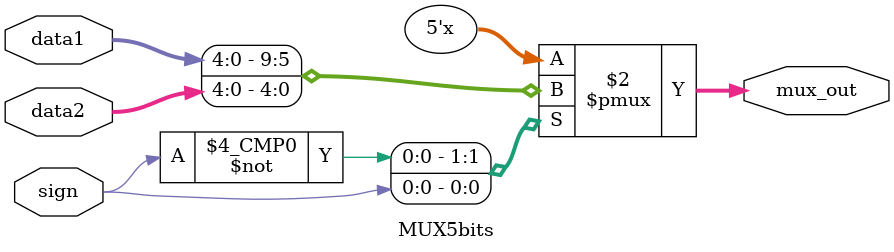
<source format=v>
module MUX5bits (
	input wire [4:0] data1, data2,
	input wire sign,
	output reg [4:0] mux_out
);

	always @ (data1 or data2) begin
		case (sign)
		   1'b0: mux_out = data1;
			1'b1: mux_out = data2;
		endcase
	end	
endmodule
</source>
